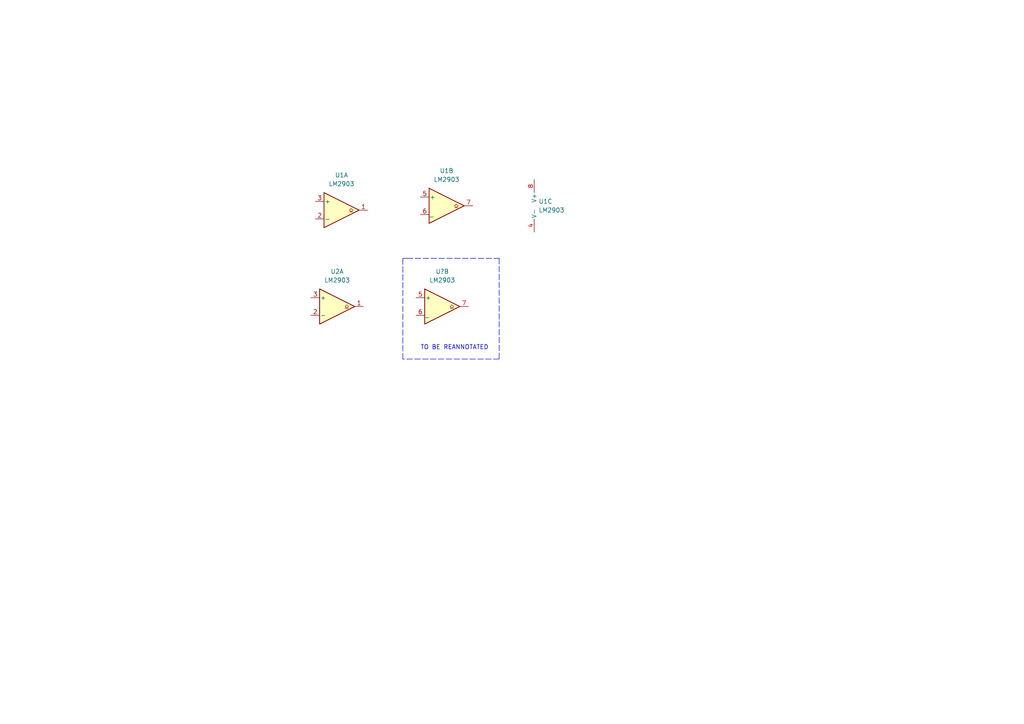
<source format=kicad_sch>
(kicad_sch (version 20211123) (generator eeschema)
  (paper "A4")
  (lib_symbols
    (symbol "Comparator:LM2903" (pin_names (offset 0.127))
      (property "Reference" "U" (at 3.81 3.81 0))
      (property "Value" "LM2903" (at 6.35 -3.81 0))
      (symbol "LM2903_1_1"
        (polyline (pts (xy -5.08 5.08) (xy 5.08 0) (xy -5.08 -5.08) (xy -5.08 5.08)) (stroke (width 0.254)) (fill (type background)))
        (polyline (pts (xy 3.302 -0.508) (xy 2.794 -0.508) (xy 3.302 0) (xy 2.794 0.508) (xy 2.286 0) (xy 2.794 -0.508) (xy 2.286 -0.508)) (stroke (width 0.127)))
        (pin open_collector line (at 7.62 0 180) (length 2.54) (name "~") (number "1"))
        (pin input line (at -7.62 -2.54 0) (length 2.54) (name "-") (number "2"))
        (pin input line (at -7.62 2.54 0) (length 2.54) (name "+") (number "3"))
      )
      (symbol "LM2903_2_1"
        (polyline (pts (xy -5.08 5.08) (xy 5.08 0) (xy -5.08 -5.08) (xy -5.08 5.08)) (stroke (width 0.254)) (fill (type background)))
        (polyline (pts (xy 3.302 -0.508) (xy 2.794 -0.508) (xy 3.302 0) (xy 2.794 0.508) (xy 2.286 0) (xy 2.794 -0.508) (xy 2.286 -0.508)) (stroke (width 0.127)))
        (pin input line (at -7.62 2.54 0) (length 2.54) (name "+") (number "5"))
        (pin input line (at -7.62 -2.54 0) (length 2.54) (name "_") (number "6"))
        (pin open_collector line (at 7.62 0 180) (length 2.54) (name "~") (number "7"))
      )
      (symbol "LM2903_3_1"
        (pin power_in line (at -2.54 -7.62 90) (length 3.81) (name "V-") (number "4"))
        (pin power_in line (at -2.54 7.62 270) (length 3.81) (name "V+") (number "8"))
      )
    )
  )
  (polyline (pts (xy 116.84 104.14) (xy 116.84 74.93)))
  (polyline (pts (xy 144.78 104.14) (xy 116.84 104.14)))
  (polyline (pts (xy 116.84 74.93) (xy 118.11 74.93)))
  (polyline (pts (xy 118.11 74.93) (xy 144.78 74.93)))
  (polyline (pts (xy 144.78 74.93) (xy 144.78 104.14)))
  (text "TO BE REANNOTATED" (at 121.92 101.6 0) (effects (font (size 1.27 1.27)) (justify left bottom)))
  (symbol (lib_id "Comparator:LM2903") (at 97.79 88.9 0) (unit 1)
    (property "Reference" "U2" (at 97.79 78.74 0))
    (property "Value" "LM2903" (at 97.79 81.28 0))
    (property "Datasheet" "http://www.ti.com/lit/ds/symlink/lm393.pdf" (effects hide))
  )
  (symbol (lib_id "Comparator:LM2903") (at 157.48 59.69 0) (unit 3)
    (property "Reference" "U1" (at 156.21 58.4199 0) (effects (justify left)))
    (property "Value" "LM2903" (at 156.21 60.9599 0) (effects (justify left)))
    (property "Datasheet" "http://www.ti.com/lit/ds/symlink/lm393.pdf" (effects hide))
  )
  (symbol (lib_id "Comparator:LM2903") (at 128.27 88.9 0) (unit 2)
    (property "Reference" "U?" (at 128.27 78.74 0))
    (property "Value" "LM2903" (at 128.27 81.28 0))
    (property "Datasheet" "http://www.ti.com/lit/ds/symlink/lm393.pdf" (effects hide))
  )
  (symbol (lib_id "Comparator:LM2903") (at 99.06 60.96 0) (unit 1)
    (property "Reference" "U1" (at 99.06 50.8 0))
    (property "Value" "LM2903" (at 99.06 53.34 0))
    (property "Datasheet" "http://www.ti.com/lit/ds/symlink/lm393.pdf" (effects hide))
  )
  (symbol (lib_id "Comparator:LM2903") (at 129.54 59.69 0) (unit 2)
    (property "Reference" "U1" (at 129.54 49.53 0))
    (property "Value" "LM2903" (at 129.54 52.07 0))
    (property "Datasheet" "http://www.ti.com/lit/ds/symlink/lm393.pdf" (effects hide))
  )
)
</source>
